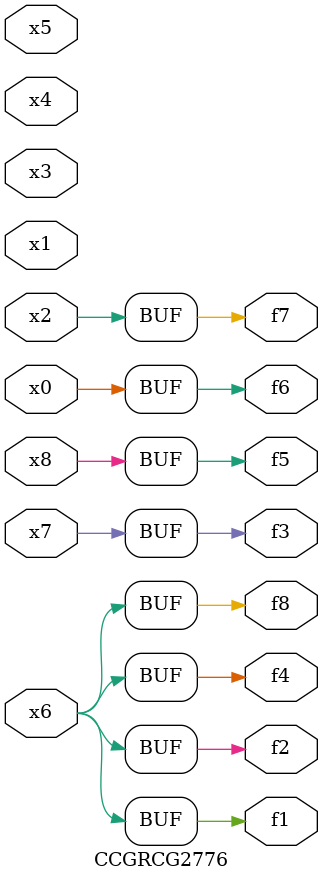
<source format=v>
module CCGRCG2776(
	input x0, x1, x2, x3, x4, x5, x6, x7, x8,
	output f1, f2, f3, f4, f5, f6, f7, f8
);
	assign f1 = x6;
	assign f2 = x6;
	assign f3 = x7;
	assign f4 = x6;
	assign f5 = x8;
	assign f6 = x0;
	assign f7 = x2;
	assign f8 = x6;
endmodule

</source>
